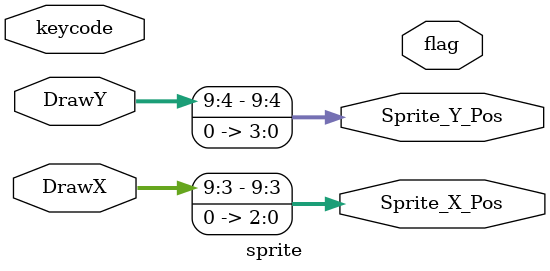
<source format=sv>
module sprite ( 
					input [9:0] DrawX, DrawY, input [6:0] keycode,
					output logic flag,
					output logic [9:0] Sprite_X_Pos, Sprite_Y_Pos);
					
			
   
	 
	 //assign offset_x = DrawX - 2'd48;
	 assign Sprite_X_Pos[9:3] = DrawX[9:3]; //because of the backporch
	 assign Sprite_X_Pos[2:0] = 3'b000;
	// assign offset_y =  - 2'd48;
	 assign Sprite_Y_Pos[9:4] = DrawY[9:4];
	 assign Sprite_Y_Pos[3:0] = 4'b0000;

	 
endmodule
	
</source>
